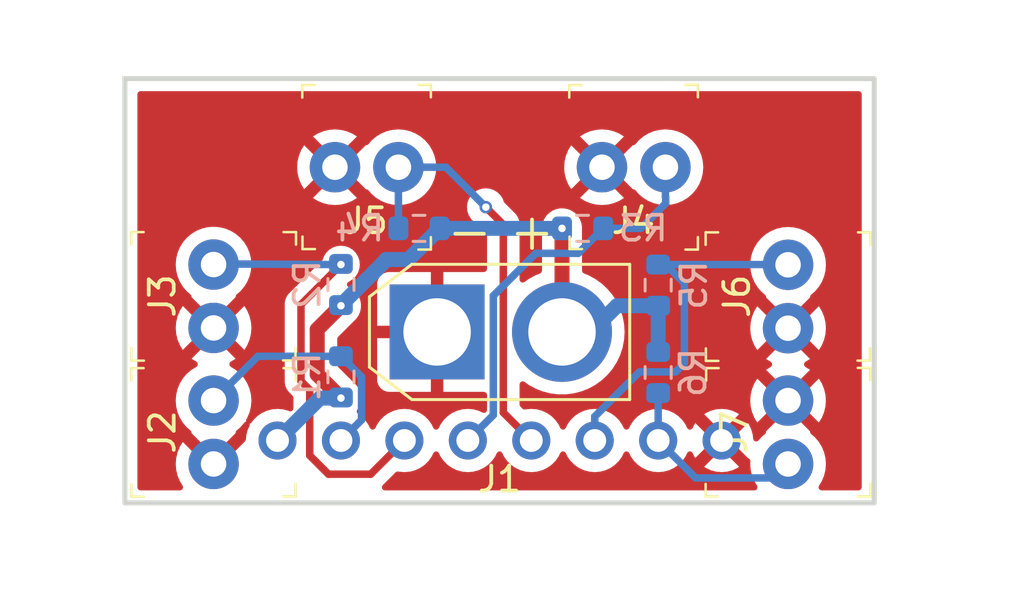
<source format=kicad_pcb>
(kicad_pcb (version 20240108) (generator "pcbnew") (generator_version "8.0")
  (layers (0 "F.Cu" signal) (31 "B.Cu" signal) (34 "B.Paste" user) (35 "F.Paste" user) (36 "B.SilkS" user "B.Silkscreen") (37 "F.SilkS" user "F.Silkscreen") (38 "B.Mask" user) (39 "F.Mask" user) (44 "Edge.Cuts" user))
  (net 0 "")
  (net 1 "GND")
  (net 2 "Data0")
  (net 3 "Data1")
  (net 4 "Data2")
  (net 5 "Data3")
  (net 6 "Data4")
  (net 7 "Data5")
  (net 8 "+3.3V")
  (footprint "digikey-footprints:PinHeader_1x2_P2.54mm_Drill1.02mm" (layer "F.Cu") (at 84.9 81.15 180)
    (property "Reference" "J5" (at 1.285 -2.15 0) (layer "F.SilkS"))
    (property "Value" "640456-2" (hide yes))
    (fp_line (start 3.85 3.29) (end 3.85 2.79) (stroke (width 0.1)) (layer "F.SilkS"))
    (fp_line (start 3.85 3.29) (end 3.35 3.29) (stroke (width 0.1)) (layer "F.SilkS"))
    (fp_line (start 3.84 -3.28) (end 3.84 -2.78) (stroke (width 0.1)) (layer "F.SilkS"))
    (fp_line (start 3.84 -3.28) (end 3.34 -3.28) (stroke (width 0.1)) (layer "F.SilkS"))
    (fp_line (start -1.3 3.3) (end -0.8 3.3) (stroke (width 0.1)) (layer "F.SilkS"))
    (fp_line (start -1.3 3.3) (end -1.3 2.8) (stroke (width 0.1)) (layer "F.SilkS"))
    (fp_line (start -1.3 -3.3) (end -0.8 -3.3) (stroke (width 0.1)) (layer "F.SilkS"))
    (fp_line (start -1.3 -3.3) (end -1.3 -2.8) (stroke (width 0.1)) (layer "F.SilkS"))
    (pad "1" thru_hole circle (at 0 0 180) (size 2.02 2.02) (drill 1.02) (layers "*.Cu" "*.Mask") (net 5 "Data3"))
    (pad "2" thru_hole circle (at 2.54 0 180) (size 2.02 2.02) (drill 1.02) (layers "*.Cu" "*.Mask") (net 1 "GND"))
  )
  (footprint "digikey-footprints:PinHeader_1x2_P2.54mm_Drill1.02mm" (layer "F.Cu") (at 77.5 85.05 -90)
    (property "Reference" "J3" (at 1.26 2.05 90) (layer "F.SilkS"))
    (property "Value" "640456-2" (hide yes))
    (fp_line (start -1.3 3.3) (end -0.8 3.3) (stroke (width 0.1)) (layer "F.SilkS"))
    (fp_line (start -1.3 3.3) (end -1.3 2.8) (stroke (width 0.1)) (layer "F.SilkS"))
    (fp_line (start 3.85 3.29) (end 3.35 3.29) (stroke (width 0.1)) (layer "F.SilkS"))
    (fp_line (start 3.85 3.29) (end 3.85 2.79) (stroke (width 0.1)) (layer "F.SilkS"))
    (fp_line (start 3.84 -3.28) (end 3.84 -2.78) (stroke (width 0.1)) (layer "F.SilkS"))
    (fp_line (start 3.84 -3.28) (end 3.34 -3.28) (stroke (width 0.1)) (layer "F.SilkS"))
    (fp_line (start -1.3 -3.3) (end -1.3 -2.8) (stroke (width 0.1)) (layer "F.SilkS"))
    (fp_line (start -1.3 -3.3) (end -0.8 -3.3) (stroke (width 0.1)) (layer "F.SilkS"))
    (pad "1" thru_hole circle (at 0 0 270) (size 2.02 2.02) (drill 1.02) (layers "*.Cu" "*.Mask") (net 3 "Data1"))
    (pad "2" thru_hole circle (at 2.54 0 270) (size 2.02 2.02) (drill 1.02) (layers "*.Cu" "*.Mask") (net 1 "GND"))
  )
  (footprint "digikey-footprints:PinHeader_1x2_P2.54mm_Drill1.02mm" (layer "F.Cu") (at 100.5 93.04 90)
    (property "Reference" "J7" (at 1.285 -2.15 90) (layer "F.SilkS"))
    (property "Value" "640456-2" (hide yes))
    (fp_line (start -1.3 -3.3) (end -0.8 -3.3) (stroke (width 0.1)) (layer "F.SilkS"))
    (fp_line (start -1.3 -3.3) (end -1.3 -2.8) (stroke (width 0.1)) (layer "F.SilkS"))
    (fp_line (start 3.84 -3.28) (end 3.34 -3.28) (stroke (width 0.1)) (layer "F.SilkS"))
    (fp_line (start 3.84 -3.28) (end 3.84 -2.78) (stroke (width 0.1)) (layer "F.SilkS"))
    (fp_line (start 3.85 3.29) (end 3.85 2.79) (stroke (width 0.1)) (layer "F.SilkS"))
    (fp_line (start 3.85 3.29) (end 3.35 3.29) (stroke (width 0.1)) (layer "F.SilkS"))
    (fp_line (start -1.3 3.3) (end -1.3 2.8) (stroke (width 0.1)) (layer "F.SilkS"))
    (fp_line (start -1.3 3.3) (end -0.8 3.3) (stroke (width 0.1)) (layer "F.SilkS"))
    (pad "1" thru_hole circle (at 0 0 90) (size 2.02 2.02) (drill 1.02) (layers "*.Cu" "*.Mask") (net 7 "Data5"))
    (pad "2" thru_hole circle (at 2.54 0 90) (size 2.02 2.02) (drill 1.02) (layers "*.Cu" "*.Mask") (net 1 "GND"))
  )
  (footprint "Connector_AMASS:AMASS_XT30U-F_1x02_P5.0mm_Vertical" (layer "F.Cu") (at 86.45 87.75)
    (property "Reference" "J8" (hide yes))
    (property "Value" "XT30PB" (hide yes))
    (fp_line (start -2.71 -1.41) (end -2.71 1.41) (stroke (width 0.12)) (layer "F.SilkS"))
    (fp_line (start -2.71 -1.41) (end -1.01 -2.71) (stroke (width 0.12)) (layer "F.SilkS"))
    (fp_line (start -2.71 1.41) (end -1.01 2.71) (stroke (width 0.12)) (layer "F.SilkS"))
    (fp_line (start -1.01 -2.71) (end 7.71 -2.71) (stroke (width 0.12)) (layer "F.SilkS"))
    (fp_line (start -1.01 2.71) (end 7.71 2.71) (stroke (width 0.12)) (layer "F.SilkS"))
    (fp_line (start 7.71 -2.71) (end 7.71 2.71) (stroke (width 0.12)) (layer "F.SilkS"))
    (fp_text user "+" (at 3.8 -4.05 0) (layer "F.SilkS") (effects (font (size 1.5 1.5))))
    (fp_text user "-" (at 1.3 -4.05 0) (layer "F.SilkS") (effects (font (size 1.5 1.5))))
    (pad "1" thru_hole rect (at 0 0) (size 3.8 3.8) (drill 2.7) (layers "*.Cu" "*.Mask") (net 1 "GND"))
    (pad "2" thru_hole circle (at 5 0) (size 4 4) (drill 2.7) (layers "*.Cu" "*.Mask") (net 8 "+3.3V"))
  )
  (footprint "digikey-footprints:PinHeader_1x2_P2.54mm_Drill1.02mm" (layer "F.Cu") (at 100.5 85.06 -90)
    (property "Reference" "J6" (at 1.26 2.05 90) (layer "F.SilkS"))
    (property "Value" "640456-2" (hide yes))
    (fp_line (start -1.3 3.3) (end -0.8 3.3) (stroke (width 0.1)) (layer "F.SilkS"))
    (fp_line (start -1.3 3.3) (end -1.3 2.8) (stroke (width 0.1)) (layer "F.SilkS"))
    (fp_line (start 3.85 3.29) (end 3.35 3.29) (stroke (width 0.1)) (layer "F.SilkS"))
    (fp_line (start 3.85 3.29) (end 3.85 2.79) (stroke (width 0.1)) (layer "F.SilkS"))
    (fp_line (start 3.84 -3.28) (end 3.84 -2.78) (stroke (width 0.1)) (layer "F.SilkS"))
    (fp_line (start 3.84 -3.28) (end 3.34 -3.28) (stroke (width 0.1)) (layer "F.SilkS"))
    (fp_line (start -1.3 -3.3) (end -1.3 -2.8) (stroke (width 0.1)) (layer "F.SilkS"))
    (fp_line (start -1.3 -3.3) (end -0.8 -3.3) (stroke (width 0.1)) (layer "F.SilkS"))
    (pad "1" thru_hole circle (at 0 0 270) (size 2.02 2.02) (drill 1.02) (layers "*.Cu" "*.Mask") (net 6 "Data4"))
    (pad "2" thru_hole circle (at 2.54 0 270) (size 2.02 2.02) (drill 1.02) (layers "*.Cu" "*.Mask") (net 1 "GND"))
  )
  (footprint "Library:CON8_1X8_TUC_HTS_SAI" (layer "F.Cu") (at 88.95 92.1)
    (property "Reference" "J1" (at 0 1.55 0) (layer "F.SilkS"))
    (property "Value" "TS-108-T-A-1" (hide yes))
    (pad "1" thru_hole circle (at -8.89 0 90) (size 1.524 1.524) (drill 0.9144) (layers "*.Cu" "*.Mask") (net 8 "+3.3V"))
    (pad "2" thru_hole circle (at -6.35 0 90) (size 1.524 1.524) (drill 0.9144) (layers "*.Cu" "*.Mask") (net 2 "Data0"))
    (pad "3" thru_hole circle (at -3.81 0 90) (size 1.524 1.524) (drill 0.9144) (layers "*.Cu" "*.Mask") (net 3 "Data1"))
    (pad "4" thru_hole circle (at -1.27 0 90) (size 1.524 1.524) (drill 0.9144) (layers "*.Cu" "*.Mask") (net 4 "Data2"))
    (pad "5" thru_hole circle (at 1.27 0 90) (size 1.524 1.524) (drill 0.9144) (layers "*.Cu" "*.Mask") (net 5 "Data3"))
    (pad "6" thru_hole circle (at 3.81 0 90) (size 1.524 1.524) (drill 0.9144) (layers "*.Cu" "*.Mask") (net 6 "Data4"))
    (pad "7" thru_hole circle (at 6.35 0 90) (size 1.524 1.524) (drill 0.9144) (layers "*.Cu" "*.Mask") (net 7 "Data5"))
    (pad "8" thru_hole circle (at 8.89 0 90) (size 1.524 1.524) (drill 0.9144) (layers "*.Cu" "*.Mask") (net 1 "GND"))
  )
  (footprint "digikey-footprints:PinHeader_1x2_P2.54mm_Drill1.02mm" (layer "F.Cu") (at 95.59 81.15 180)
    (property "Reference" "J4" (at 1.285 -2.15 0) (layer "F.SilkS"))
    (property "Value" "640456-2" (hide yes))
    (fp_line (start 3.85 3.29) (end 3.85 2.79) (stroke (width 0.1)) (layer "F.SilkS"))
    (fp_line (start 3.85 3.29) (end 3.35 3.29) (stroke (width 0.1)) (layer "F.SilkS"))
    (fp_line (start 3.84 -3.28) (end 3.84 -2.78) (stroke (width 0.1)) (layer "F.SilkS"))
    (fp_line (start 3.84 -3.28) (end 3.34 -3.28) (stroke (width 0.1)) (layer "F.SilkS"))
    (fp_line (start -1.3 3.3) (end -0.8 3.3) (stroke (width 0.1)) (layer "F.SilkS"))
    (fp_line (start -1.3 3.3) (end -1.3 2.8) (stroke (width 0.1)) (layer "F.SilkS"))
    (fp_line (start -1.3 -3.3) (end -0.8 -3.3) (stroke (width 0.1)) (layer "F.SilkS"))
    (fp_line (start -1.3 -3.3) (end -1.3 -2.8) (stroke (width 0.1)) (layer "F.SilkS"))
    (pad "1" thru_hole circle (at 0 0 180) (size 2.02 2.02) (drill 1.02) (layers "*.Cu" "*.Mask") (net 4 "Data2"))
    (pad "2" thru_hole circle (at 2.54 0 180) (size 2.02 2.02) (drill 1.02) (layers "*.Cu" "*.Mask") (net 1 "GND"))
  )
  (footprint "digikey-footprints:PinHeader_1x2_P2.54mm_Drill1.02mm" (layer "F.Cu") (at 77.5 90.5 -90)
    (property "Reference" "J2" (at 1.26 2.05 90) (layer "F.SilkS"))
    (property "Value" "640456-2" (hide yes))
    (fp_line (start -1.3 3.3) (end -0.8 3.3) (stroke (width 0.1)) (layer "F.SilkS"))
    (fp_line (start -1.3 3.3) (end -1.3 2.8) (stroke (width 0.1)) (layer "F.SilkS"))
    (fp_line (start 3.85 3.29) (end 3.35 3.29) (stroke (width 0.1)) (layer "F.SilkS"))
    (fp_line (start 3.85 3.29) (end 3.85 2.79) (stroke (width 0.1)) (layer "F.SilkS"))
    (fp_line (start 3.84 -3.28) (end 3.84 -2.78) (stroke (width 0.1)) (layer "F.SilkS"))
    (fp_line (start 3.84 -3.28) (end 3.34 -3.28) (stroke (width 0.1)) (layer "F.SilkS"))
    (fp_line (start -1.3 -3.3) (end -1.3 -2.8) (stroke (width 0.1)) (layer "F.SilkS"))
    (fp_line (start -1.3 -3.3) (end -0.8 -3.3) (stroke (width 0.1)) (layer "F.SilkS"))
    (pad "1" thru_hole circle (at 0 0 270) (size 2.02 2.02) (drill 1.02) (layers "*.Cu" "*.Mask") (net 2 "Data0"))
    (pad "2" thru_hole circle (at 2.54 0 270) (size 2.02 2.02) (drill 1.02) (layers "*.Cu" "*.Mask") (net 1 "GND"))
  )
  (footprint "Resistor_SMD:R_0603_1608Metric" (layer "B.Cu") (at 95.3 85.875 90)
    (property "Reference" "R5" (at 0 1.43 90) (layer "B.SilkS") (effects (justify mirror)))
    (property "Value" "10k" (hide yes))
    (fp_line (start 0.237258 -0.5225) (end -0.237258 -0.5225) (stroke (width 0.12)) (layer "B.SilkS"))
    (fp_line (start 0.237258 0.5225) (end -0.237258 0.5225) (stroke (width 0.12)) (layer "B.SilkS"))
    (pad "1" smd roundrect (at -0.825 0 90) (size 0.8 0.95) (layers "B.Cu" "B.Paste" "B.Mask") (net 8 "+3.3V"))
    (pad "2" smd roundrect (at 0.825 0 90) (size 0.8 0.95) (layers "B.Cu" "B.Paste" "B.Mask") (net 6 "Data4"))
  )
  (footprint "Resistor_SMD:R_0603_1608Metric" (layer "B.Cu") (at 92.275 83.6)
    (property "Reference" "R3" (at 2.425 0 0) (layer "B.SilkS") (effects (justify mirror)))
    (property "Value" "10k" (hide yes))
    (fp_line (start 0.237258 -0.5225) (end -0.237258 -0.5225) (stroke (width 0.12)) (layer "B.SilkS"))
    (fp_line (start 0.237258 0.5225) (end -0.237258 0.5225) (stroke (width 0.12)) (layer "B.SilkS"))
    (pad "1" smd roundrect (at -0.825 0) (size 0.8 0.95) (layers "B.Cu" "B.Paste" "B.Mask") (net 8 "+3.3V"))
    (pad "2" smd roundrect (at 0.825 0) (size 0.8 0.95) (layers "B.Cu" "B.Paste" "B.Mask") (net 4 "Data2"))
  )
  (footprint "Resistor_SMD:R_0603_1608Metric" (layer "B.Cu") (at 82.6 85.85 90)
    (property "Reference" "R2" (at 0 -1.35 90) (layer "B.SilkS") (effects (justify mirror)))
    (property "Value" "10k" (hide yes))
    (fp_line (start 0.237258 -0.5225) (end -0.237258 -0.5225) (stroke (width 0.12)) (layer "B.SilkS"))
    (fp_line (start 0.237258 0.5225) (end -0.237258 0.5225) (stroke (width 0.12)) (layer "B.SilkS"))
    (pad "1" smd roundrect (at -0.825 0 90) (size 0.8 0.95) (layers "B.Cu" "B.Paste" "B.Mask") (net 8 "+3.3V"))
    (pad "2" smd roundrect (at 0.825 0 90) (size 0.8 0.95) (layers "B.Cu" "B.Paste" "B.Mask") (net 3 "Data1"))
  )
  (footprint "Resistor_SMD:R_0603_1608Metric" (layer "B.Cu") (at 85.725 83.6 180)
    (property "Reference" "R4" (at 2.375 0 0) (layer "B.SilkS") (effects (justify mirror)))
    (property "Value" "10k" (hide yes))
    (fp_line (start 0.237258 0.5225) (end -0.237258 0.5225) (stroke (width 0.12)) (layer "B.SilkS"))
    (fp_line (start 0.237258 -0.5225) (end -0.237258 -0.5225) (stroke (width 0.12)) (layer "B.SilkS"))
    (pad "1" smd roundrect (at -0.825 0 180) (size 0.8 0.95) (layers "B.Cu" "B.Paste" "B.Mask") (net 8 "+3.3V"))
    (pad "2" smd roundrect (at 0.825 0 180) (size 0.8 0.95) (layers "B.Cu" "B.Paste" "B.Mask") (net 5 "Data3"))
  )
  (footprint "Resistor_SMD:R_0603_1608Metric" (layer "B.Cu") (at 95.3 89.375 -90)
    (property "Reference" "R6" (at 0 -1.4 -90) (layer "B.SilkS") (effects (justify mirror)))
    (property "Value" "10k" (hide yes))
    (fp_line (start 0.237258 0.5225) (end -0.237258 0.5225) (stroke (width 0.12)) (layer "B.SilkS"))
    (fp_line (start 0.237258 -0.5225) (end -0.237258 -0.5225) (stroke (width 0.12)) (layer "B.SilkS"))
    (pad "1" smd roundrect (at -0.825 0 270) (size 0.8 0.95) (layers "B.Cu" "B.Paste" "B.Mask") (net 8 "+3.3V"))
    (pad "2" smd roundrect (at 0.825 0 270) (size 0.8 0.95) (layers "B.Cu" "B.Paste" "B.Mask") (net 7 "Data5"))
  )
  (footprint "Resistor_SMD:R_0603_1608Metric" (layer "B.Cu") (at 82.6 89.55 90)
    (property "Reference" "R1" (at 0 -1.35 -90) (layer "B.SilkS") (effects (justify mirror)))
    (property "Value" "10k" (hide yes))
    (fp_line (start 0.237258 -0.5225) (end -0.237258 -0.5225) (stroke (width 0.12)) (layer "B.SilkS"))
    (fp_line (start 0.237258 0.5225) (end -0.237258 0.5225) (stroke (width 0.12)) (layer "B.SilkS"))
    (pad "1" smd roundrect (at -0.825 0 90) (size 0.8 0.95) (layers "B.Cu" "B.Paste" "B.Mask") (net 8 "+3.3V"))
    (pad "2" smd roundrect (at 0.825 0 90) (size 0.8 0.95) (layers "B.Cu" "B.Paste" "B.Mask") (net 2 "Data0"))
  )
  (gr_rect (start 73.95 77.6) (end 103.95 94.6) (stroke (width 0.2)) (fill none) (layer "Edge.Cuts"))
  (segment (start 83.425 89.55) (end 83.425 91.275) (width 0.3) (layer "B.Cu") (net 2))
  (segment (start 83.425 91.275) (end 82.6 92.1) (width 0.3) (layer "B.Cu") (net 2))
  (segment (start 82.6 88.725) (end 83.425 89.55) (width 0.3) (layer "B.Cu") (net 2))
  (segment (start 82.6 88.725) (end 79.275 88.725) (width 0.3) (layer "B.Cu") (net 2))
  (segment (start 79.275 88.725) (end 77.5 90.5) (width 0.3) (layer "B.Cu") (net 2))
  (segment (start 81 86.65) (end 81 89.719239) (width 0.3) (layer "F.Cu") (net 3))
  (segment (start 81.35 92.7) (end 82.1 93.45) (width 0.3) (layer "F.Cu") (net 3))
  (segment (start 82.1 93.45) (end 83.79 93.45) (width 0.3) (layer "F.Cu") (net 3))
  (segment (start 81.35 90.069239) (end 81.35 92.7) (width 0.3) (layer "F.Cu") (net 3))
  (segment (start 83.79 93.45) (end 85.14 92.1) (width 0.3) (layer "F.Cu") (net 3))
  (segment (start 81 89.719239) (end 81.35 90.069239) (width 0.3) (layer "F.Cu") (net 3))
  (segment (start 82.6 85.05) (end 81 86.65) (width 0.3) (layer "F.Cu") (net 3))
  (via (at 82.6 85.05) (size 0.5) (drill 0.3) (layers "F.Cu" "B.Cu") (net 3))
  (segment (start 82.6 85.05) (end 77.525 85.025) (width 0.3) (layer "B.Cu") (net 3))
  (segment (start 82.6 85.025) (end 82.6 85.05) (width 0.3) (layer "B.Cu") (net 3))
  (segment (start 77.525 85.025) (end 77.5 85.05) (width 0.3) (layer "B.Cu") (net 3))
  (segment (start 95.59 82.34) (end 95.59 81.15) (width 0.3) (layer "B.Cu") (net 4))
  (segment (start 95.6 82.6) (end 95.6 82.35) (width 0.3) (layer "B.Cu") (net 4))
  (segment (start 87.68 92.1) (end 88.7 91.08) (width 0.3) (layer "B.Cu") (net 4))
  (segment (start 95.6 82.35) (end 95.59 82.34) (width 0.3) (layer "B.Cu") (net 4))
  (segment (start 90.4 84.6) (end 92.1 84.6) (width 0.3) (layer "B.Cu") (net 4))
  (segment (start 94.6 83.6) (end 95.6 82.6) (width 0.3) (layer "B.Cu") (net 4))
  (segment (start 92.1 84.6) (end 93.1 83.6) (width 0.3) (layer "B.Cu") (net 4))
  (segment (start 88.7 86.3) (end 90.4 84.6) (width 0.3) (layer "B.Cu") (net 4))
  (segment (start 93.1 83.6) (end 94.6 83.6) (width 0.3) (layer "B.Cu") (net 4))
  (segment (start 88.7 91.08) (end 88.7 86.3) (width 0.3) (layer "B.Cu") (net 4))
  (segment (start 88.4 82.75) (end 89.1 83.45) (width 0.3) (layer "F.Cu") (net 5))
  (segment (start 89.1 83.45) (end 89.1 90.98) (width 0.3) (layer "F.Cu") (net 5))
  (segment (start 89.1 90.98) (end 90.22 92.1) (width 0.3) (layer "F.Cu") (net 5))
  (via (at 88.4 82.75) (size 0.5) (drill 0.3) (layers "F.Cu" "B.Cu") (net 5))
  (segment (start 86.8 81.15) (end 88.4 82.75) (width 0.3) (layer "B.Cu") (net 5))
  (segment (start 84.9 81.15) (end 86.8 81.15) (width 0.3) (layer "B.Cu") (net 5))
  (segment (start 84.9 83.6) (end 84.9 81.15) (width 0.3) (layer "B.Cu") (net 5))
  (segment (start 95.3 85.05) (end 100.49 85.05) (width 0.3) (layer "B.Cu") (net 6))
  (segment (start 96.35 89) (end 96.35 85.8) (width 0.3) (layer "B.Cu") (net 6))
  (segment (start 92.76 91.14) (end 94.55 89.35) (width 0.3) (layer "B.Cu") (net 6))
  (segment (start 95.6 85.05) (end 95.3 85.05) (width 0.2) (layer "B.Cu") (net 6))
  (segment (start 92.76 92.1) (end 92.76 91.14) (width 0.3) (layer "B.Cu") (net 6))
  (segment (start 96.35 85.8) (end 95.6 85.05) (width 0.3) (layer "B.Cu") (net 6))
  (segment (start 96 89.35) (end 96.35 89) (width 0.3) (layer "B.Cu") (net 6))
  (segment (start 94.55 89.35) (end 96 89.35) (width 0.3) (layer "B.Cu") (net 6))
  (segment (start 100.49 85.05) (end 100.5 85.06) (width 0.3) (layer "B.Cu") (net 6))
  (segment (start 95.3 90.2) (end 95.3 92.1) (width 0.3) (layer "B.Cu") (net 7))
  (segment (start 99.94 93.6) (end 100.5 93.04) (width 0.3) (layer "B.Cu") (net 7))
  (segment (start 96.8 93.6) (end 99.94 93.6) (width 0.3) (layer "B.Cu") (net 7))
  (segment (start 95.3 92.1) (end 96.8 93.6) (width 0.3) (layer "B.Cu") (net 7))
  (segment (start 81.65 89.45) (end 82.6 90.4) (width 0.6) (layer "F.Cu") (net 8))
  (segment (start 91.45 83.6) (end 91.45 87.75) (width 0.6) (layer "F.Cu") (net 8))
  (segment (start 82.6 86.7) (end 81.65 87.65) (width 0.6) (layer "F.Cu") (net 8))
  (segment (start 81.65 87.65) (end 81.65 89.45) (width 0.6) (layer "F.Cu") (net 8))
  (via (at 82.6 90.4) (size 0.5) (drill 0.3) (layers "F.Cu" "B.Cu") (net 8))
  (via (at 82.6 86.7) (size 0.5) (drill 0.3) (layers "F.Cu" "B.Cu") (net 8))
  (via (at 91.45 83.6) (size 0.5) (drill 0.3) (layers "F.Cu" "B.Cu") (net 8))
  (segment (start 91.45 87.75) (end 92.6 87.75) (width 0.6) (layer "B.Cu") (net 8))
  (segment (start 92.6 87.75) (end 93.65 86.7) (width 0.6) (layer "B.Cu") (net 8))
  (segment (start 84.4 84.85) (end 84.4 84.875) (width 0.6) (layer "B.Cu") (net 8))
  (segment (start 95.3 88.55) (end 95.3 86.7) (width 0.6) (layer "B.Cu") (net 8))
  (segment (start 86.55 83.6) (end 85.3 84.85) (width 0.6) (layer "B.Cu") (net 8))
  (segment (start 86.55 83.6) (end 91.45 83.6) (width 0.6) (layer "B.Cu") (net 8))
  (segment (start 81.76 90.4) (end 80.06 92.1) (width 0.6) (layer "B.Cu") (net 8))
  (segment (start 93.65 86.7) (end 95.3 86.7) (width 0.6) (layer "B.Cu") (net 8))
  (segment (start 82.6 90.375) (end 82.6 90.4) (width 0.3) (layer "B.Cu") (net 8))
  (segment (start 82.6 90.4) (end 81.76 90.4) (width 0.6) (layer "B.Cu") (net 8))
  (segment (start 85.3 84.85) (end 84.4 84.85) (width 0.6) (layer "B.Cu") (net 8))
  (segment (start 84.4 84.875) (end 82.6 86.675) (width 0.6) (layer "B.Cu") (net 8))
  (zone (net 1) (net_name "GND") (layer "F.Cu") (priority 1) (connect_pads thru_hole_only (clearance 0.5)) (min_thickness 0.25) (fill yes (thermal_gap 0.5) (thermal_bridge_width 0.5))
    (polygon (pts (xy 108.75 75.5) (xy 68.95 74.45) (xy 70.05 99.1) (xy 107.5 97.4) (xy 109.95 89.4)))
  )
)
</source>
